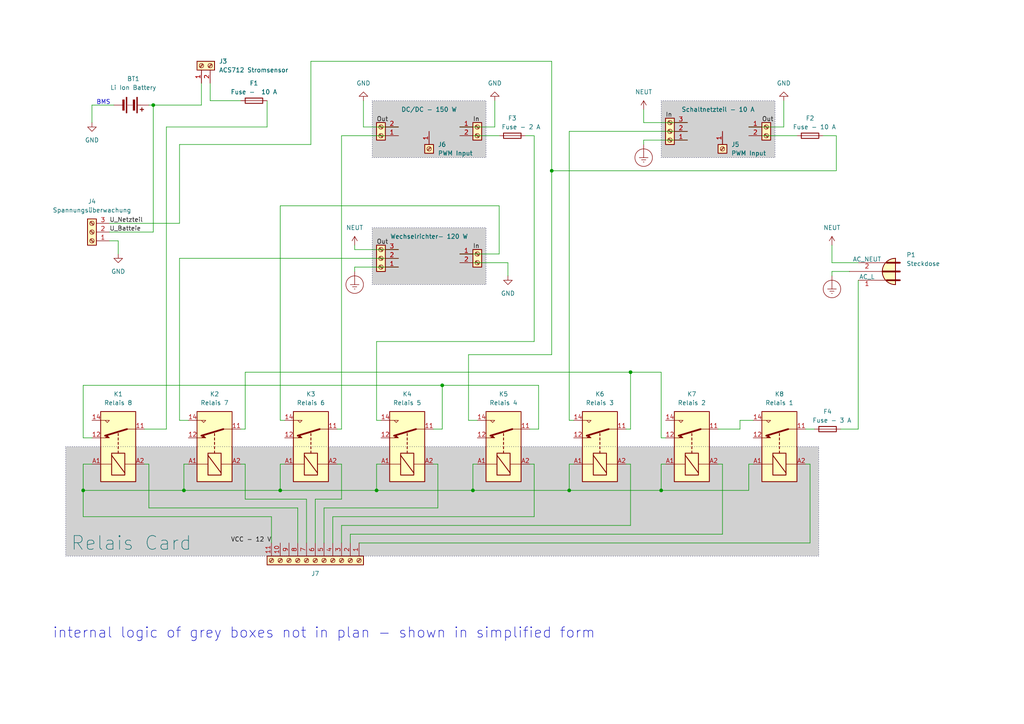
<source format=kicad_sch>
(kicad_sch (version 20230121) (generator eeschema)
  (paper "A4")
  (title_block (title "Batteriespeicher - Hardware Schaltplan") (date "2023-06-05") (rev "1") (company "TUM ENS - Paul Zech") (comment 2 "internal logic of grey boxes not in plan - shown in simplified form"))
  (lib_symbols
    (symbol "Connector:Conn_WallPlug_Earth" (pin_names (offset 0))
      (property "Reference" "P1" (at -6.35 -4.8133 0))
      (property "Value" "Steckdose" (at -6.35 -2.2733 0))
      (symbol "Conn_WallPlug_Earth_0_1"
        (arc (start -3.175 -3.81) (mid 0.6184 0) (end -3.175 3.81) (stroke (width 0.254)) (fill (type background)))
        (polyline (pts (xy -4.445 -2.54) (xy -0.635 -2.54)) (stroke (width 0.508)))
        (polyline (pts (xy -4.445 0) (xy 0.508 0)) (stroke (width 0.508)))
        (polyline (pts (xy -4.445 2.54) (xy -0.635 2.54)) (stroke (width 0.508)))
        (polyline (pts (xy -3.175 -3.81) (xy -3.175 3.81)) (stroke (width 0.254)))
        (polyline (pts (xy -0.635 -2.54) (xy 2.54 -2.54)))
        (polyline (pts (xy -0.635 2.54) (xy 2.54 2.54)))
        (polyline (pts (xy 10.16 0) (xy 10.16 0) (xy 2.54 0) (xy -4.445 0)))
      )
      (symbol "Conn_WallPlug_Earth_1_1"
        (pin power_out line (at 10.16 0 180) (length 0) (name "") (number ""))
        (pin power_out line (at 7.62 2.54 180) (length 5.08) (name "AC_L") (number "1"))
        (pin power_out line (at 7.62 -2.54 180) (length 5.08) (name "AC_NEUT") (number "2"))
      )
    )
    (symbol "Connector:Screw_Terminal_01x01" (pin_names (offset 1.016) hide)
      (property "Reference" "J" (at 0 2.54 0))
      (property "Value" "Screw_Terminal_01x01" (at 0 -2.54 0))
      (symbol "Screw_Terminal_01x01_1_1"
        (rectangle (start -1.27 1.27) (end 1.27 -1.27) (stroke (width 0.254)) (fill (type background)))
        (polyline (pts (xy -0.5334 0.3302) (xy 0.3302 -0.508)) (stroke (width 0.1524)))
        (polyline (pts (xy -0.3556 0.508) (xy 0.508 -0.3302)) (stroke (width 0.1524)))
        (circle (center 0 0) (radius 0.635) (stroke (width 0.1524)))
        (pin passive line (at -5.08 0 0) (length 3.81) (name "Pin_1") (number "1"))
      )
    )
    (symbol "Connector:Screw_Terminal_01x02" (pin_names (offset 1.016) hide)
      (property "Reference" "J" (at 0 2.54 0))
      (property "Value" "Screw_Terminal_01x02" (at 0 -5.08 0))
      (symbol "Screw_Terminal_01x02_1_1"
        (rectangle (start -1.27 1.27) (end 1.27 -3.81) (stroke (width 0.254)) (fill (type background)))
        (circle (center 0 -2.54) (radius 0.635) (stroke (width 0.1524)))
        (polyline (pts (xy -0.5334 -2.2098) (xy 0.3302 -3.048)) (stroke (width 0.1524)))
        (polyline (pts (xy -0.5334 0.3302) (xy 0.3302 -0.508)) (stroke (width 0.1524)))
        (polyline (pts (xy -0.3556 -2.032) (xy 0.508 -2.8702)) (stroke (width 0.1524)))
        (polyline (pts (xy -0.3556 0.508) (xy 0.508 -0.3302)) (stroke (width 0.1524)))
        (circle (center 0 0) (radius 0.635) (stroke (width 0.1524)))
        (pin passive line (at -5.08 0 0) (length 3.81) (name "Pin_1") (number "1"))
        (pin passive line (at -5.08 -2.54 0) (length 3.81) (name "Pin_2") (number "2"))
      )
    )
    (symbol "Connector:Screw_Terminal_01x03" (pin_names (offset 1.016) hide)
      (property "Reference" "J" (at 0 5.08 0))
      (property "Value" "Screw_Terminal_01x03" (at 0 -5.08 0))
      (symbol "Screw_Terminal_01x03_1_1"
        (rectangle (start -1.27 3.81) (end 1.27 -3.81) (stroke (width 0.254)) (fill (type background)))
        (circle (center 0 -2.54) (radius 0.635) (stroke (width 0.1524)))
        (polyline (pts (xy -0.5334 -2.2098) (xy 0.3302 -3.048)) (stroke (width 0.1524)))
        (polyline (pts (xy -0.5334 0.3302) (xy 0.3302 -0.508)) (stroke (width 0.1524)))
        (polyline (pts (xy -0.5334 2.8702) (xy 0.3302 2.032)) (stroke (width 0.1524)))
        (polyline (pts (xy -0.3556 -2.032) (xy 0.508 -2.8702)) (stroke (width 0.1524)))
        (polyline (pts (xy -0.3556 0.508) (xy 0.508 -0.3302)) (stroke (width 0.1524)))
        (polyline (pts (xy -0.3556 3.048) (xy 0.508 2.2098)) (stroke (width 0.1524)))
        (circle (center 0 0) (radius 0.635) (stroke (width 0.1524)))
        (circle (center 0 2.54) (radius 0.635) (stroke (width 0.1524)))
        (pin passive line (at -5.08 2.54 0) (length 3.81) (name "Pin_1") (number "1"))
        (pin passive line (at -5.08 0 0) (length 3.81) (name "Pin_2") (number "2"))
        (pin passive line (at -5.08 -2.54 0) (length 3.81) (name "Pin_3") (number "3"))
      )
    )
    (symbol "Connector:Screw_Terminal_01x11" (pin_names (offset 1.016) hide)
      (property "Reference" "J" (at 0 15.24 0))
      (property "Value" "Screw_Terminal_01x11" (at 0 -15.24 0))
      (symbol "Screw_Terminal_01x11_1_1"
        (rectangle (start -1.27 13.97) (end 1.27 -13.97) (stroke (width 0.254)) (fill (type background)))
        (circle (center 0 -12.7) (radius 0.635) (stroke (width 0.1524)))
        (circle (center 0 -10.16) (radius 0.635) (stroke (width 0.1524)))
        (circle (center 0 -7.62) (radius 0.635) (stroke (width 0.1524)))
        (circle (center 0 -5.08) (radius 0.635) (stroke (width 0.1524)))
        (circle (center 0 -2.54) (radius 0.635) (stroke (width 0.1524)))
        (polyline (pts (xy -0.5334 -12.3698) (xy 0.3302 -13.208)) (stroke (width 0.1524)))
        (polyline (pts (xy -0.5334 -9.8298) (xy 0.3302 -10.668)) (stroke (width 0.1524)))
        (polyline (pts (xy -0.5334 -7.2898) (xy 0.3302 -8.128)) (stroke (width 0.1524)))
        (polyline (pts (xy -0.5334 -4.7498) (xy 0.3302 -5.588)) (stroke (width 0.1524)))
        (polyline (pts (xy -0.5334 -2.2098) (xy 0.3302 -3.048)) (stroke (width 0.1524)))
        (polyline (pts (xy -0.5334 0.3302) (xy 0.3302 -0.508)) (stroke (width 0.1524)))
        (polyline (pts (xy -0.5334 2.8702) (xy 0.3302 2.032)) (stroke (width 0.1524)))
        (polyline (pts (xy -0.5334 5.4102) (xy 0.3302 4.572)) (stroke (width 0.1524)))
        (polyline (pts (xy -0.5334 7.9502) (xy 0.3302 7.112)) (stroke (width 0.1524)))
        (polyline (pts (xy -0.5334 10.4902) (xy 0.3302 9.652)) (stroke (width 0.1524)))
        (polyline (pts (xy -0.5334 13.0302) (xy 0.3302 12.192)) (stroke (width 0.1524)))
        (polyline (pts (xy -0.3556 -12.192) (xy 0.508 -13.0302)) (stroke (width 0.1524)))
        (polyline (pts (xy -0.3556 -9.652) (xy 0.508 -10.4902)) (stroke (width 0.1524)))
        (polyline (pts (xy -0.3556 -7.112) (xy 0.508 -7.9502)) (stroke (width 0.1524)))
        (polyline (pts (xy -0.3556 -4.572) (xy 0.508 -5.4102)) (stroke (width 0.1524)))
        (polyline (pts (xy -0.3556 -2.032) (xy 0.508 -2.8702)) (stroke (width 0.1524)))
        (polyline (pts (xy -0.3556 0.508) (xy 0.508 -0.3302)) (stroke (width 0.1524)))
        (polyline (pts (xy -0.3556 3.048) (xy 0.508 2.2098)) (stroke (width 0.1524)))
        (polyline (pts (xy -0.3556 5.588) (xy 0.508 4.7498)) (stroke (width 0.1524)))
        (polyline (pts (xy -0.3556 8.128) (xy 0.508 7.2898)) (stroke (width 0.1524)))
        (polyline (pts (xy -0.3556 10.668) (xy 0.508 9.8298)) (stroke (width 0.1524)))
        (polyline (pts (xy -0.3556 13.208) (xy 0.508 12.3698)) (stroke (width 0.1524)))
        (circle (center 0 0) (radius 0.635) (stroke (width 0.1524)))
        (circle (center 0 2.54) (radius 0.635) (stroke (width 0.1524)))
        (circle (center 0 5.08) (radius 0.635) (stroke (width 0.1524)))
        (circle (center 0 7.62) (radius 0.635) (stroke (width 0.1524)))
        (circle (center 0 10.16) (radius 0.635) (stroke (width 0.1524)))
        (circle (center 0 12.7) (radius 0.635) (stroke (width 0.1524)))
        (pin passive line (at -5.08 12.7 0) (length 3.81) (name "Pin_1") (number "1"))
        (pin passive line (at -5.08 -10.16 0) (length 3.81) (name "Pin_10") (number "10"))
        (pin passive line (at -5.08 -12.7 0) (length 3.81) (name "Pin_11") (number "11"))
        (pin passive line (at -5.08 10.16 0) (length 3.81) (name "Pin_2") (number "2"))
        (pin passive line (at -5.08 7.62 0) (length 3.81) (name "Pin_3") (number "3"))
        (pin passive line (at -5.08 5.08 0) (length 3.81) (name "Pin_4") (number "4"))
        (pin passive line (at -5.08 2.54 0) (length 3.81) (name "Pin_5") (number "5"))
        (pin passive line (at -5.08 0 0) (length 3.81) (name "Pin_6") (number "6"))
        (pin passive line (at -5.08 -2.54 0) (length 3.81) (name "Pin_7") (number "7"))
        (pin passive line (at -5.08 -5.08 0) (length 3.81) (name "Pin_8") (number "8"))
        (pin passive line (at -5.08 -7.62 0) (length 3.81) (name "Pin_9") (number "9"))
      )
    )
    (symbol "Device:Battery" (pin_numbers hide) (pin_names (offset 0) hide)
      (property "Reference" "BT" (at 2.54 2.54 0))
      (property "Value" "Battery" (at 2.54 0 0))
      (symbol "Battery_0_1"
        (rectangle (start -2.286 -1.27) (end 2.286 -1.524) (fill (type outline)))
        (rectangle (start -2.286 1.778) (end 2.286 1.524) (fill (type outline)))
        (rectangle (start -1.524 -2.032) (end 1.524 -2.54) (fill (type outline)))
        (rectangle (start -1.524 1.016) (end 1.524 0.508) (fill (type outline)))
        (polyline (pts (xy 0 -1.016) (xy 0 -0.762)))
        (polyline (pts (xy 0 -0.508) (xy 0 -0.254)))
        (polyline (pts (xy 0 0) (xy 0 0.254)))
        (polyline (pts (xy 0 1.778) (xy 0 2.54)))
        (polyline (pts (xy 0.762 3.048) (xy 1.778 3.048)) (stroke (width 0.254)))
        (polyline (pts (xy 1.27 3.556) (xy 1.27 2.54)) (stroke (width 0.254)))
      )
      (symbol "Battery_1_1"
        (pin passive line (at 0 5.08 270) (length 2.54) (name "+") (number "1"))
        (pin passive line (at 0 -5.08 90) (length 2.54) (name "-") (number "2"))
      )
    )
    (symbol "Device:Fuse" (pin_numbers hide) (pin_names (offset 0))
      (property "Reference" "F" (at 2.032 0 90))
      (property "Value" "Fuse" (at -1.905 0 90))
      (symbol "Fuse_0_1"
        (rectangle (start -0.762 -2.54) (end 0.762 2.54) (stroke (width 0.254)))
        (polyline (pts (xy 0 2.54) (xy 0 -2.54)))
      )
      (symbol "Fuse_1_1"
        (pin passive line (at 0 3.81 270) (length 1.27) (name "~") (number "1"))
        (pin passive line (at 0 -3.81 90) (length 1.27) (name "~") (number "2"))
      )
    )
    (symbol "Relay:FINDER-40.41"
      (property "Reference" "K" (at 11.43 3.81 0))
      (property "Value" "FINDER-40.41" (at 11.43 1.27 0))
      (symbol "FINDER-40.41_0_0"
        (polyline (pts (xy 7.62 5.08) (xy 7.62 2.54) (xy 6.985 3.175) (xy 7.62 3.81)))
      )
      (symbol "FINDER-40.41_0_1"
        (rectangle (start -10.16 5.08) (end 10.16 -5.08) (stroke (width 0.254)) (fill (type background)))
        (rectangle (start -8.255 1.905) (end -1.905 -1.905) (stroke (width 0.254)))
        (polyline (pts (xy -7.62 -1.905) (xy -2.54 1.905)) (stroke (width 0.254)))
        (polyline (pts (xy -5.08 -5.08) (xy -5.08 -1.905)))
        (polyline (pts (xy -5.08 5.08) (xy -5.08 1.905)))
        (polyline (pts (xy -1.905 0) (xy -1.27 0)) (stroke (width 0.254)))
        (polyline (pts (xy -0.635 0) (xy 0 0)) (stroke (width 0.254)))
        (polyline (pts (xy 0.635 0) (xy 1.27 0)) (stroke (width 0.254)))
        (polyline (pts (xy 1.905 0) (xy 2.54 0)) (stroke (width 0.254)))
        (polyline (pts (xy 3.175 0) (xy 3.81 0)) (stroke (width 0.254)))
        (polyline (pts (xy 5.08 -2.54) (xy 3.175 3.81)) (stroke (width 0.508)))
        (polyline (pts (xy 5.08 -2.54) (xy 5.08 -5.08)))
        (polyline (pts (xy 2.54 5.08) (xy 2.54 2.54) (xy 3.175 3.175) (xy 2.54 3.81)) (fill (type outline)))
      )
      (symbol "FINDER-40.41_1_1"
        (pin passive line (at 5.08 -7.62 90) (length 2.54) (name "~") (number "11"))
        (pin passive line (at 2.54 7.62 270) (length 2.54) (name "~") (number "12"))
        (pin passive line (at 7.62 7.62 270) (length 2.54) (name "~") (number "14"))
        (pin passive line (at -5.08 7.62 270) (length 2.54) (name "~") (number "A1"))
        (pin passive line (at -5.08 -7.62 90) (length 2.54) (name "~") (number "A2"))
      )
    )
    (symbol "power:Earth_Protective" (power) (pin_names (offset 0))
      (symbol "Earth_Protective_0_1"
        (circle (center 0 -3.81) (radius 2.54))
        (polyline (pts (xy -0.635 -4.445) (xy 0.635 -4.445)))
        (polyline (pts (xy -0.127 -5.08) (xy 0.127 -5.08)))
        (polyline (pts (xy 0 -3.81) (xy 0 0)))
        (polyline (pts (xy 1.27 -3.81) (xy -1.27 -3.81)))
      )
      (symbol "Earth_Protective_1_1"
        (pin power_in line (at 0 0 270) (length 0) hide (name "Earth_Protective") (number "1"))
      )
    )
    (symbol "power:GND" (power) (pin_names (offset 0))
      (property "Value" "GND" (at 0 -3.81 0))
      (symbol "GND_0_1"
        (polyline (pts (xy 0 0) (xy 0 -1.27) (xy 1.27 -1.27) (xy 0 -2.54) (xy -1.27 -1.27) (xy 0 -1.27)))
      )
      (symbol "GND_1_1"
        (pin power_in line (at 0 0 270) (length 0) hide (name "GND") (number "1"))
      )
    )
    (symbol "power:NEUT" (power) (pin_names (offset 0))
      (property "Value" "NEUT" (at 0 3.81 0))
      (symbol "NEUT_0_1"
        (polyline (pts (xy -0.762 1.27) (xy 0 2.54)))
        (polyline (pts (xy 0 0) (xy 0 2.54)))
        (polyline (pts (xy 0 2.54) (xy 0.762 1.27)))
      )
      (symbol "NEUT_1_1"
        (pin power_in line (at 0 0 90) (length 0) hide (name "NEUT") (number "1"))
      )
    )
  )
  (junction (at 53.34 142.24))
  (junction (at 160.02 49.53))
  (junction (at 137.16 142.24))
  (junction (at 165.1 142.24))
  (junction (at 109.22 142.24))
  (junction (at 182.88 107.95))
  (junction (at 44.45 30.48))
  (junction (at 191.77 142.24))
  (junction (at 128.27 111.76))
  (junction (at 24.13 142.24))
  (junction (at 81.28 142.24))
  (wire (pts (xy 214.63 121.92) (xy 218.44 121.92)))
  (wire (pts (xy 135.89 121.92) (xy 138.43 121.92)))
  (wire (pts (xy 90.17 17.78) (xy 160.02 17.78)))
  (wire (pts (xy 147.32 76.2) (xy 147.32 80.01)))
  (wire (pts (xy 34.29 69.85) (xy 34.29 73.66)))
  (wire (pts (xy 241.3 76.2) (xy 241.3 71.12)))
  (wire (pts (xy 90.17 41.91) (xy 90.17 17.78)))
  (wire (pts (xy 115.57 36.83) (xy 105.41 36.83)))
  (wire (pts (xy 234.95 157.48) (xy 234.95 134.62)))
  (wire (pts (xy 128.27 111.76) (xy 156.21 111.76)))
  (wire (pts (xy 81.28 121.92) (xy 81.28 59.69)))
  (wire (pts (xy 182.88 134.62) (xy 181.61 134.62)))
  (wire (pts (xy 96.52 157.48) (xy 96.52 149.86)))
  (wire (pts (xy 99.06 144.78) (xy 99.06 134.62)))
  (wire (pts (xy 160.02 49.53) (xy 242.57 49.53)))
  (wire (pts (xy 81.28 121.92) (xy 82.55 121.92)))
  (wire (pts (xy 105.41 36.83) (xy 105.41 29.21)))
  (wire (pts (xy 127 134.62) (xy 125.73 134.62)))
  (wire (pts (xy 160.02 102.87) (xy 135.89 102.87)))
  (wire (pts (xy 26.67 30.48) (xy 33.02 30.48)))
  (wire (pts (xy 156.21 124.46) (xy 153.67 124.46)))
  (wire (pts (xy 31.75 64.77) (xy 52.07 64.77)))
  (wire (pts (xy 44.45 30.48) (xy 58.42 30.48)))
  (wire (pts (xy 241.3 78.74) (xy 246.38 78.74)))
  (wire (pts (xy 48.26 124.46) (xy 41.91 124.46)))
  (wire (pts (xy 144.78 73.66) (xy 133.35 73.66)))
  (wire (pts (xy 156.21 124.46) (xy 156.21 111.76)))
  (wire (pts (xy 128.27 124.46) (xy 125.73 124.46)))
  (wire (pts (xy 165.1 142.24) (xy 191.77 142.24)))
  (wire (pts (xy 165.1 38.1) (xy 199.39 38.1)))
  (wire (pts (xy 115.57 72.39) (xy 102.87 72.39)))
  (wire (pts (xy 248.92 124.46) (xy 243.84 124.46)))
  (wire (pts (xy 77.47 36.83) (xy 48.26 36.83)))
  (wire (pts (xy 81.28 134.62) (xy 81.28 142.24)))
  (wire (pts (xy 182.88 152.4) (xy 182.88 134.62)))
  (wire (pts (xy 101.6 157.48) (xy 101.6 154.94)))
  (wire (pts (xy 99.06 157.48) (xy 99.06 152.4)))
  (wire (pts (xy 71.12 134.62) (xy 69.85 134.62)))
  (wire (pts (xy 233.68 124.46) (xy 236.22 124.46)))
  (wire (pts (xy 191.77 134.62) (xy 191.77 142.24)))
  (wire (pts (xy 53.34 142.24) (xy 81.28 142.24)))
  (wire (pts (xy 88.9 144.78) (xy 71.12 144.78)))
  (wire (pts (xy 77.47 29.21) (xy 77.47 36.83)))
  (wire (pts (xy 241.3 76.2) (xy 248.92 76.2)))
  (wire (pts (xy 93.98 157.48) (xy 93.98 147.32)))
  (wire (pts (xy 109.22 121.92) (xy 110.49 121.92)))
  (wire (pts (xy 227.33 36.83) (xy 227.33 29.21)))
  (wire (pts (xy 238.76 39.37) (xy 242.57 39.37)))
  (wire (pts (xy 182.88 124.46) (xy 181.61 124.46)))
  (wire (pts (xy 128.27 111.76) (xy 128.27 124.46)))
  (wire (pts (xy 208.28 124.46) (xy 214.63 124.46)))
  (wire (pts (xy 102.87 77.47) (xy 115.57 77.47)))
  (wire (pts (xy 99.06 134.62) (xy 97.79 134.62)))
  (wire (pts (xy 43.18 134.62) (xy 43.18 147.32)))
  (wire (pts (xy 88.9 157.48) (xy 88.9 144.78)))
  (wire (pts (xy 24.13 127) (xy 24.13 111.76)))
  (wire (pts (xy 44.45 67.31) (xy 31.75 67.31)))
  (wire (pts (xy 186.69 41.91) (xy 186.69 40.64)))
  (wire (pts (xy 24.13 149.86) (xy 24.13 142.24)))
  (wire (pts (xy 234.95 134.62) (xy 233.68 134.62)))
  (wire (pts (xy 91.44 144.78) (xy 99.06 144.78)))
  (wire (pts (xy 102.87 77.47) (xy 102.87 78.74)))
  (wire (pts (xy 209.55 154.94) (xy 209.55 134.62)))
  (wire (pts (xy 44.45 67.31) (xy 44.45 30.48)))
  (wire (pts (xy 96.52 149.86) (xy 154.94 149.86)))
  (wire (pts (xy 191.77 142.24) (xy 217.17 142.24)))
  (wire (pts (xy 165.1 134.62) (xy 165.1 142.24)))
  (wire (pts (xy 137.16 134.62) (xy 138.43 134.62)))
  (wire (pts (xy 109.22 134.62) (xy 110.49 134.62)))
  (wire (pts (xy 53.34 142.24) (xy 24.13 142.24)))
  (wire (pts (xy 71.12 124.46) (xy 69.85 124.46)))
  (wire (pts (xy 217.17 39.37) (xy 231.14 39.37)))
  (wire (pts (xy 193.04 127) (xy 191.77 127)))
  (wire (pts (xy 143.51 36.83) (xy 143.51 29.21)))
  (wire (pts (xy 86.36 147.32) (xy 43.18 147.32)))
  (wire (pts (xy 58.42 24.13) (xy 58.42 30.48)))
  (wire (pts (xy 99.06 152.4) (xy 182.88 152.4)))
  (wire (pts (xy 91.44 157.48) (xy 91.44 144.78)))
  (wire (pts (xy 133.35 76.2) (xy 147.32 76.2)))
  (wire (pts (xy 217.17 134.62) (xy 218.44 134.62)))
  (wire (pts (xy 217.17 36.83) (xy 227.33 36.83)))
  (wire (pts (xy 52.07 41.91) (xy 52.07 64.77)))
  (wire (pts (xy 71.12 107.95) (xy 182.88 107.95)))
  (wire (pts (xy 52.07 41.91) (xy 90.17 41.91)))
  (wire (pts (xy 115.57 39.37) (xy 99.06 39.37)))
  (wire (pts (xy 24.13 134.62) (xy 26.67 134.62)))
  (wire (pts (xy 209.55 134.62) (xy 208.28 134.62)))
  (wire (pts (xy 137.16 134.62) (xy 137.16 142.24)))
  (wire (pts (xy 133.35 36.83) (xy 143.51 36.83)))
  (wire (pts (xy 52.07 121.92) (xy 52.07 74.93)))
  (wire (pts (xy 26.67 127) (xy 24.13 127)))
  (wire (pts (xy 26.67 35.56) (xy 26.67 30.48)))
  (wire (pts (xy 53.34 134.62) (xy 53.34 142.24)))
  (wire (pts (xy 31.75 69.85) (xy 34.29 69.85)))
  (wire (pts (xy 101.6 154.94) (xy 209.55 154.94)))
  (wire (pts (xy 86.36 157.48) (xy 86.36 147.32)))
  (wire (pts (xy 248.92 81.28) (xy 248.92 124.46)))
  (wire (pts (xy 182.88 107.95) (xy 191.77 107.95)))
  (wire (pts (xy 48.26 36.83) (xy 48.26 124.46)))
  (wire (pts (xy 154.94 39.37) (xy 154.94 99.06)))
  (wire (pts (xy 165.1 121.92) (xy 166.37 121.92)))
  (wire (pts (xy 24.13 111.76) (xy 128.27 111.76)))
  (wire (pts (xy 154.94 134.62) (xy 153.67 134.62)))
  (wire (pts (xy 165.1 38.1) (xy 165.1 121.92)))
  (wire (pts (xy 217.17 134.62) (xy 217.17 142.24)))
  (wire (pts (xy 78.74 149.86) (xy 78.74 157.48)))
  (wire (pts (xy 186.69 40.64) (xy 199.39 40.64)))
  (wire (pts (xy 52.07 74.93) (xy 115.57 74.93)))
  (wire (pts (xy 182.88 107.95) (xy 182.88 124.46)))
  (wire (pts (xy 81.28 142.24) (xy 109.22 142.24)))
  (wire (pts (xy 214.63 124.46) (xy 214.63 121.92)))
  (wire (pts (xy 127 147.32) (xy 127 134.62)))
  (wire (pts (xy 135.89 102.87) (xy 135.89 121.92)))
  (wire (pts (xy 71.12 144.78) (xy 71.12 134.62)))
  (wire (pts (xy 71.12 124.46) (xy 71.12 107.95)))
  (wire (pts (xy 191.77 134.62) (xy 193.04 134.62)))
  (wire (pts (xy 52.07 121.92) (xy 54.61 121.92)))
  (wire (pts (xy 160.02 49.53) (xy 160.02 102.87)))
  (wire (pts (xy 186.69 35.56) (xy 186.69 31.75)))
  (wire (pts (xy 93.98 147.32) (xy 127 147.32)))
  (wire (pts (xy 53.34 134.62) (xy 54.61 134.62)))
  (wire (pts (xy 191.77 127) (xy 191.77 107.95)))
  (wire (pts (xy 109.22 99.06) (xy 109.22 121.92)))
  (wire (pts (xy 60.96 24.13) (xy 60.96 29.21)))
  (wire (pts (xy 154.94 149.86) (xy 154.94 134.62)))
  (wire (pts (xy 137.16 142.24) (xy 165.1 142.24)))
  (wire (pts (xy 43.18 30.48) (xy 44.45 30.48)))
  (wire (pts (xy 78.74 149.86) (xy 24.13 149.86)))
  (wire (pts (xy 242.57 49.53) (xy 242.57 39.37)))
  (wire (pts (xy 109.22 134.62) (xy 109.22 142.24)))
  (wire (pts (xy 24.13 142.24) (xy 24.13 134.62)))
  (wire (pts (xy 144.78 59.69) (xy 144.78 73.66)))
  (wire (pts (xy 154.94 99.06) (xy 109.22 99.06)))
  (wire (pts (xy 199.39 35.56) (xy 186.69 35.56)))
  (wire (pts (xy 43.18 134.62) (xy 41.91 134.62)))
  (wire (pts (xy 81.28 59.69) (xy 144.78 59.69)))
  (wire (pts (xy 81.28 134.62) (xy 82.55 134.62)))
  (wire (pts (xy 102.87 71.12) (xy 102.87 72.39)))
  (wire (pts (xy 99.06 39.37) (xy 99.06 124.46)))
  (wire (pts (xy 60.96 29.21) (xy 69.85 29.21)))
  (wire (pts (xy 109.22 142.24) (xy 137.16 142.24)))
  (wire (pts (xy 104.14 157.48) (xy 234.95 157.48)))
  (wire (pts (xy 160.02 17.78) (xy 160.02 49.53)))
  (wire (pts (xy 97.79 124.46) (xy 99.06 124.46)))
  (wire (pts (xy 133.35 39.37) (xy 144.78 39.37)))
  (wire (pts (xy 154.94 39.37) (xy 152.4 39.37)))
  (wire (pts (xy 241.3 78.74) (xy 241.3 80.01)))
  (wire (pts (xy 165.1 134.62) (xy 166.37 134.62)))
  (rectangle (start 107.95 29.21) (end 140.97 45.72) (stroke (width 0) (type dot) (color 0 0 72 1)) (fill (type color) (color 194 194 194 0.75)))
  (rectangle (start 19.05 129.54) (end 237.49 161.29) (stroke (width 0) (type dot) (color 0 0 72 1)) (fill (type color) (color 194 194 194 0.75)))
  (rectangle (start 191.77 29.21) (end 224.79 45.72) (stroke (width 0) (type dot) (color 0 0 72 1)) (fill (type color) (color 194 194 194 0.75)))
  (rectangle (start 107.95 66.04) (end 140.97 82.55) (stroke (width 0) (type dot) (color 0 0 72 1)) (fill (type color) (color 194 194 194 0.75)))
  (text "internal logic of grey boxes not in plan - shown in simplified form" (at 15.24 185.42 0) (effects (font (size 3 3)) (justify left bottom)))
  (text "BMS" (at 27.94 30.48 0) (effects (font (size 1.27 1.27)) (justify left bottom)))
  (label "VCC - 12 V" (at 78.74 157.48 180))
  (label "In" (at 137.16 72.39 0))
  (label "Out" (at 109.22 71.12 0))
  (label "In" (at 193.04 34.29 0))
  (label "Out" (at 109.22 35.56 0))
  (label "U_Netzteil" (at 31.75 64.77 0))
  (label "In" (at 137.16 35.56 0))
  (label "U_Batteie" (at 31.75 67.31 0))
  (label "Out" (at 220.98 35.56 0))
  (symbol (lib_id "Connector:Screw_Terminal_01x03") (at 194.31 38.1 180) (unit 1)
    (property "Reference" "J1" (effects hide))
    (property "Value" "Schaltnetzteil - 10 A" (at 208.28 31.75 0))
  )
  (symbol (lib_id "power:GND") (at 105.41 29.21 180) (unit 1)
    (property "Reference" "#PWR05" (effects hide))
    (property "Value" "GND" (at 105.41 24.13 0))
  )
  (symbol (lib_id "Relay:FINDER-40.41") (at 173.99 129.54 90) (unit 1)
    (property "Reference" "K6" (at 173.99 114.3 90))
    (property "Value" "Relais 3" (at 173.99 116.84 90))
    (property "Footprint" "Relay_THT:Relay_SPDT_Finder_40.41" (effects hide))
    (property "Datasheet" "https://www.finder-relais.net/de/finder-relais-serie-40.pdf" (effects hide))
  )
  (symbol (lib_id "power:NEUT") (at 186.69 31.75 0) (unit 1)
    (property "Reference" "#PWR08" (effects hide))
    (property "Value" "NEUT" (at 186.69 26.67 0))
  )
  (symbol (lib_id "power:NEUT") (at 241.3 71.12 0) (unit 1)
    (property "Reference" "#PWR07" (effects hide))
    (property "Value" "NEUT" (at 241.3 66.04 0))
  )
  (symbol (lib_id "Relay:FINDER-40.41") (at 118.11 129.54 90) (unit 1)
    (property "Reference" "K4" (at 118.11 114.3 90))
    (property "Value" "Relais 5" (at 118.11 116.84 90))
    (property "Footprint" "Relay_THT:Relay_SPDT_Finder_40.41" (effects hide))
    (property "Datasheet" "https://www.finder-relais.net/de/finder-relais-serie-40.pdf" (effects hide))
  )
  (symbol (lib_id "power:Earth_Protective") (at 102.87 78.74 0) (unit 1)
    (property "Reference" "#PWR010" (effects hide))
    (property "Value" "Earth_Protective" (effects hide))
  )
  (symbol (lib_id "Relay:FINDER-40.41") (at 226.06 129.54 90) (unit 1)
    (property "Reference" "K8" (at 226.06 114.3 90))
    (property "Value" "Relais 1" (at 226.06 116.84 90))
    (property "Footprint" "Relay_THT:Relay_SPDT_Finder_40.41" (effects hide))
    (property "Datasheet" "https://www.finder-relais.net/de/finder-relais-serie-40.pdf" (effects hide))
  )
  (symbol (lib_id "Connector:Screw_Terminal_01x01") (at 209.55 43.18 270) (unit 1)
    (property "Reference" "J5" (at 212.09 41.91 90) (effects (justify left)))
    (property "Value" "PWM Input" (at 212.09 44.45 90) (effects (justify left)))
  )
  (symbol (lib_id "Connector:Screw_Terminal_01x02") (at 58.42 19.05 90) (unit 1)
    (property "Reference" "J3" (at 63.5 17.78 90) (effects (justify right)))
    (property "Value" "ACS712 Stromsensor" (at 63.5 20.32 90) (effects (justify right)))
  )
  (symbol (lib_id "power:GND") (at 34.29 73.66 0) (unit 1)
    (property "Reference" "#PWR02" (effects hide))
    (property "Value" "GND" (at 34.29 78.74 0))
  )
  (symbol (lib_id "Relay:FINDER-40.41") (at 62.23 129.54 90) (unit 1)
    (property "Reference" "K2" (at 62.23 114.3 90))
    (property "Value" "Relais 7" (at 62.23 116.84 90))
    (property "Footprint" "Relay_THT:Relay_SPDT_Finder_40.41" (effects hide))
    (property "Datasheet" "https://www.finder-relais.net/de/finder-relais-serie-40.pdf" (effects hide))
  )
  (symbol (lib_id "Connector:Screw_Terminal_01x03") (at 110.49 74.93 180) (unit 1)
    (property "Reference" "J7" (effects hide))
    (property "Value" "Wechselrichter- 120 W" (at 124.46 68.58 0))
  )
  (symbol (lib_id "Connector:Screw_Terminal_01x01") (at 124.46 43.18 270) (unit 1)
    (property "Reference" "J6" (at 127 41.91 90) (effects (justify left)))
    (property "Value" "PWM Input" (at 127 44.45 90) (effects (justify left)))
  )
  (symbol (lib_id "Connector:Screw_Terminal_01x02") (at 138.43 73.66 0) (unit 1)
    (property "Reference" "J9" (effects hide))
    (property "Value" "Screw_Terminal_01x02" (effects hide))
  )
  (symbol (lib_id "Relay:FINDER-40.41") (at 146.05 129.54 90) (unit 1)
    (property "Reference" "K5" (at 146.05 114.3 90))
    (property "Value" "Relais 4" (at 146.05 116.84 90))
    (property "Footprint" "Relay_THT:Relay_SPDT_Finder_40.41" (effects hide))
    (property "Datasheet" "https://www.finder-relais.net/de/finder-relais-serie-40.pdf" (effects hide))
  )
  (symbol (lib_id "Connector:Screw_Terminal_01x11") (at 91.44 162.56 270) (unit 1)
    (property "Reference" "J7" (at 91.44 166.37 90))
    (property "Value" "Relais Card" (at 38.1 157.48 90) (effects (font (size 4 4))))
  )
  (symbol (lib_id "Device:Fuse") (at 240.03 124.46 90) (unit 1)
    (property "Reference" "F4" (at 240.03 119.38 90))
    (property "Value" "Fuse - 3 A" (at 241.3 121.92 90))
  )
  (symbol (lib_id "Connector:Screw_Terminal_01x02") (at 222.25 36.83 0) (unit 1)
    (property "Reference" "J2" (effects hide))
    (property "Value" "Screw_Terminal_01x02" (effects hide))
  )
  (symbol (lib_id "Relay:FINDER-40.41") (at 34.29 129.54 90) (unit 1)
    (property "Reference" "K1" (at 34.29 114.3 90))
    (property "Value" "Relais 8" (at 34.29 116.84 90))
    (property "Footprint" "Relay_THT:Relay_SPDT_Finder_40.41" (effects hide))
    (property "Datasheet" "https://www.finder-relais.net/de/finder-relais-serie-40.pdf" (effects hide))
  )
  (symbol (lib_id "power:Earth_Protective") (at 186.69 41.91 0) (unit 1)
    (property "Reference" "#PWR06" (effects hide))
    (property "Value" "Earth_Protective" (effects hide))
  )
  (symbol (lib_id "Connector:Screw_Terminal_01x02") (at 138.43 36.83 0) (unit 1)
    (property "Reference" "J6" (effects hide))
    (property "Value" "Screw_Terminal_01x02" (effects hide))
  )
  (symbol (lib_id "power:GND") (at 147.32 80.01 0) (unit 1)
    (property "Reference" "#PWR09" (effects hide))
    (property "Value" "GND" (at 147.32 85.09 0))
  )
  (symbol (lib_id "Connector:Conn_WallPlug_Earth") (at 256.54 78.74 180) (unit 1)
    (property "Reference" "P1" (at 262.89 73.9267 0) (effects (justify right)))
    (property "Value" "Steckdose" (at 262.89 76.4667 0) (effects (justify right)))
  )
  (symbol (lib_id "power:GND") (at 143.51 29.21 180) (unit 1)
    (property "Reference" "#PWR04" (effects hide))
    (property "Value" "GND" (at 143.51 24.13 0))
  )
  (symbol (lib_id "Device:Fuse") (at 148.59 39.37 90) (unit 1)
    (property "Reference" "F3" (at 148.59 34.29 90))
    (property "Value" "Fuse - 2 A" (at 151.13 36.83 90))
  )
  (symbol (lib_id "power:NEUT") (at 102.87 71.12 0) (unit 1)
    (property "Reference" "#PWR011" (effects hide))
    (property "Value" "NEUT" (at 102.87 66.04 0))
  )
  (symbol (lib_id "power:GND") (at 227.33 29.21 180) (unit 1)
    (property "Reference" "#PWR03" (effects hide))
    (property "Value" "GND" (at 227.33 24.13 0))
  )
  (symbol (lib_id "Relay:FINDER-40.41") (at 200.66 129.54 90) (unit 1)
    (property "Reference" "K7" (at 200.66 114.3 90))
    (property "Value" "Relais 2" (at 200.66 116.84 90))
    (property "Footprint" "Relay_THT:Relay_SPDT_Finder_40.41" (effects hide))
    (property "Datasheet" "https://www.finder-relais.net/de/finder-relais-serie-40.pdf" (effects hide))
  )
  (symbol (lib_id "Device:Fuse") (at 234.95 39.37 90) (unit 1)
    (property "Reference" "F2" (at 234.95 34.29 90))
    (property "Value" "Fuse - 10 A" (at 236.22 36.83 90))
  )
  (symbol (lib_id "Connector:Screw_Terminal_01x02") (at 110.49 39.37 180) (unit 1)
    (property "Reference" "J8" (effects hide))
    (property "Value" "DC/DC - 150 W" (at 124.46 31.75 0))
  )
  (symbol (lib_id "Device:Battery") (at 38.1 30.48 270) (unit 1)
    (property "Reference" "BT1" (at 38.6715 22.86 90))
    (property "Value" "Li Ion Battery" (at 38.6715 25.4 90))
  )
  (symbol (lib_id "Device:Fuse") (at 73.66 29.21 90) (unit 1)
    (property "Reference" "F1" (at 73.66 24.13 90))
    (property "Value" "Fuse -  10 A" (at 73.66 26.67 90))
  )
  (symbol (lib_id "power:Earth_Protective") (at 241.3 80.01 0) (unit 1)
    (property "Reference" "#PWR012" (effects hide))
    (property "Value" "Earth_Protective" (effects hide))
  )
  (symbol (lib_id "Connector:Screw_Terminal_01x03") (at 26.67 67.31 180) (unit 1)
    (property "Reference" "J4" (at 26.67 58.42 0))
    (property "Value" "Spannungsüberwachung" (at 26.67 60.96 0))
  )
  (symbol (lib_id "power:GND") (at 26.67 35.56 0) (unit 1)
    (property "Reference" "#PWR01" (effects hide))
    (property "Value" "GND" (at 26.67 40.64 0))
  )
  (symbol (lib_id "Relay:FINDER-40.41") (at 90.17 129.54 90) (unit 1)
    (property "Reference" "K3" (at 90.17 114.3 90))
    (property "Value" "Relais 6" (at 90.17 116.84 90))
    (property "Footprint" "Relay_THT:Relay_SPDT_Finder_40.41" (effects hide))
    (property "Datasheet" "https://www.finder-relais.net/de/finder-relais-serie-40.pdf" (effects hide))
  )
)
</source>
